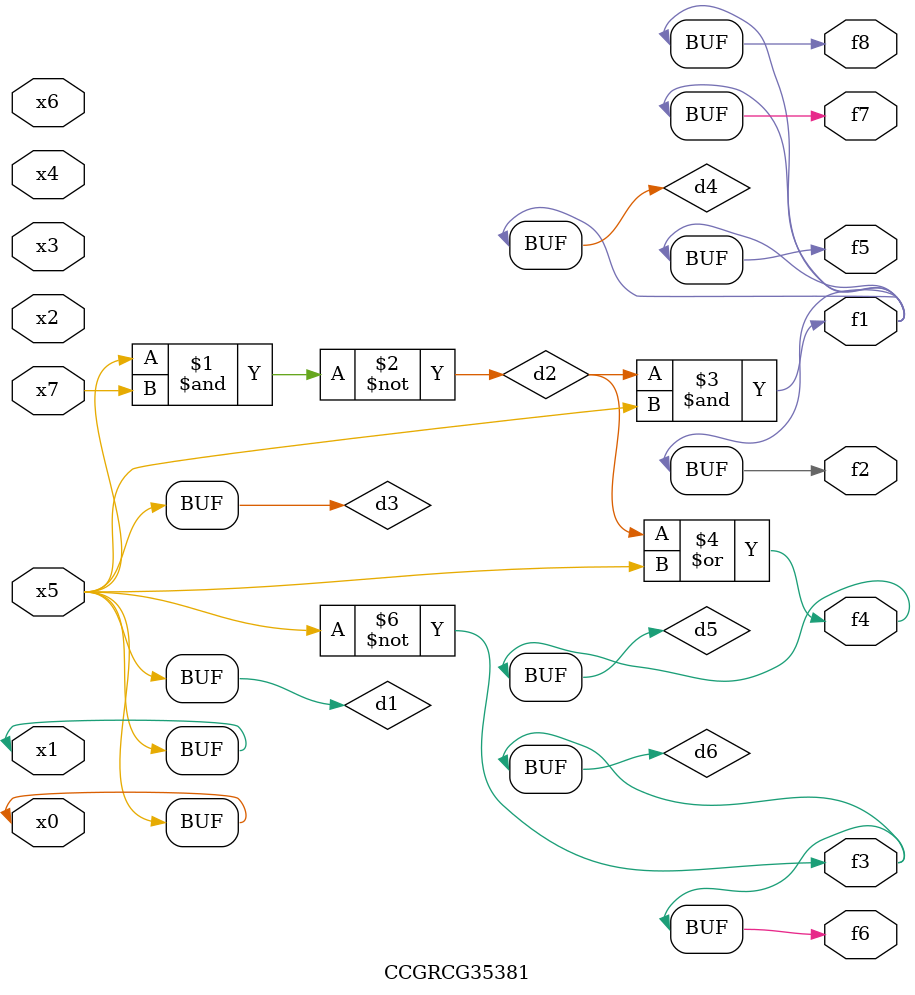
<source format=v>
module CCGRCG35381(
	input x0, x1, x2, x3, x4, x5, x6, x7,
	output f1, f2, f3, f4, f5, f6, f7, f8
);

	wire d1, d2, d3, d4, d5, d6;

	buf (d1, x0, x5);
	nand (d2, x5, x7);
	buf (d3, x0, x1);
	and (d4, d2, d3);
	or (d5, d2, d3);
	nor (d6, d1, d3);
	assign f1 = d4;
	assign f2 = d4;
	assign f3 = d6;
	assign f4 = d5;
	assign f5 = d4;
	assign f6 = d6;
	assign f7 = d4;
	assign f8 = d4;
endmodule

</source>
